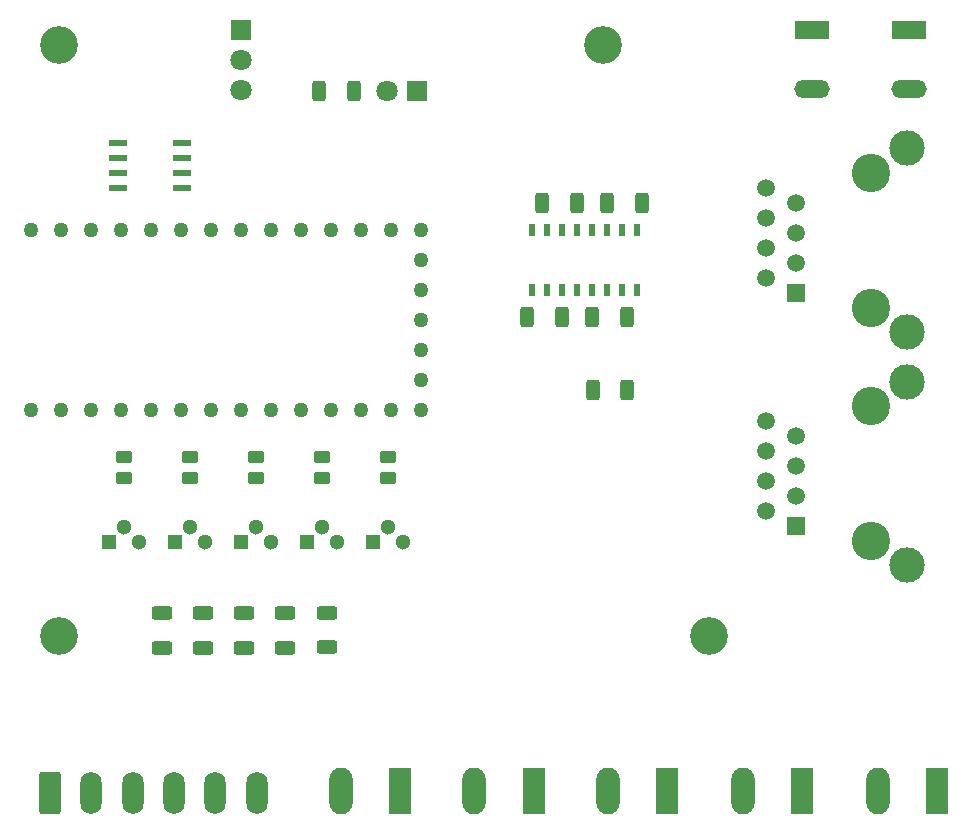
<source format=gts>
G04 #@! TF.GenerationSoftware,KiCad,Pcbnew,8.0.0*
G04 #@! TF.CreationDate,2024-10-15T09:50:15-05:00*
G04 #@! TF.ProjectId,Rain and Switches Control Board,5261696e-2061-46e6-9420-537769746368,rev?*
G04 #@! TF.SameCoordinates,Original*
G04 #@! TF.FileFunction,Soldermask,Top*
G04 #@! TF.FilePolarity,Negative*
%FSLAX46Y46*%
G04 Gerber Fmt 4.6, Leading zero omitted, Abs format (unit mm)*
G04 Created by KiCad (PCBNEW 8.0.0) date 2024-10-15 09:50:15*
%MOMM*%
%LPD*%
G01*
G04 APERTURE LIST*
G04 Aperture macros list*
%AMRoundRect*
0 Rectangle with rounded corners*
0 $1 Rounding radius*
0 $2 $3 $4 $5 $6 $7 $8 $9 X,Y pos of 4 corners*
0 Add a 4 corners polygon primitive as box body*
4,1,4,$2,$3,$4,$5,$6,$7,$8,$9,$2,$3,0*
0 Add four circle primitives for the rounded corners*
1,1,$1+$1,$2,$3*
1,1,$1+$1,$4,$5*
1,1,$1+$1,$6,$7*
1,1,$1+$1,$8,$9*
0 Add four rect primitives between the rounded corners*
20,1,$1+$1,$2,$3,$4,$5,0*
20,1,$1+$1,$4,$5,$6,$7,0*
20,1,$1+$1,$6,$7,$8,$9,0*
20,1,$1+$1,$8,$9,$2,$3,0*%
G04 Aperture macros list end*
%ADD10C,3.200000*%
%ADD11RoundRect,0.250000X0.450000X-0.262500X0.450000X0.262500X-0.450000X0.262500X-0.450000X-0.262500X0*%
%ADD12R,1.549400X0.609600*%
%ADD13RoundRect,0.250000X0.625000X-0.312500X0.625000X0.312500X-0.625000X0.312500X-0.625000X-0.312500X0*%
%ADD14R,1.300000X1.300000*%
%ADD15C,1.300000*%
%ADD16RoundRect,0.250000X-0.650000X-1.550000X0.650000X-1.550000X0.650000X1.550000X-0.650000X1.550000X0*%
%ADD17O,1.800000X3.600000*%
%ADD18R,1.800000X1.800000*%
%ADD19C,1.800000*%
%ADD20RoundRect,0.250000X0.312500X0.625000X-0.312500X0.625000X-0.312500X-0.625000X0.312500X-0.625000X0*%
%ADD21RoundRect,0.250000X-0.312500X-0.625000X0.312500X-0.625000X0.312500X0.625000X-0.312500X0.625000X0*%
%ADD22O,1.980000X3.960000*%
%ADD23R,1.980000X3.960000*%
%ADD24C,3.000000*%
%ADD25C,1.500000*%
%ADD26R,1.500000X1.500000*%
%ADD27C,3.250000*%
%ADD28O,3.000000X1.500000*%
%ADD29R,3.000000X1.500000*%
%ADD30R,0.508000X1.104900*%
%ADD31C,1.265000*%
G04 APERTURE END LIST*
D10*
X157096000Y-43428800D03*
X166096000Y-93428800D03*
X111096000Y-43428800D03*
X111096000Y-93428800D03*
D11*
X116582400Y-78243400D03*
X116582400Y-80068400D03*
X122119600Y-78243400D03*
X122119600Y-80068400D03*
X127707600Y-78243400D03*
X127707600Y-80068400D03*
X133295600Y-80068400D03*
X133295600Y-78243400D03*
X138883600Y-80068400D03*
X138883600Y-78243400D03*
D12*
X121459200Y-51671200D03*
X121459200Y-52941200D03*
X121459200Y-54211200D03*
X121459200Y-55481200D03*
X116059200Y-55481200D03*
X116059200Y-54211200D03*
X116059200Y-52941200D03*
X116059200Y-51671200D03*
D13*
X119782800Y-94440400D03*
X119782800Y-91515400D03*
X123237200Y-94440400D03*
X123237200Y-91515400D03*
X126691600Y-94440400D03*
X126691600Y-91515400D03*
X130196800Y-91515400D03*
X130196800Y-94440400D03*
X133752800Y-91464600D03*
X133752800Y-94389600D03*
D14*
X115261600Y-85504000D03*
D15*
X116531600Y-84234000D03*
X117801600Y-85504000D03*
D14*
X120849600Y-85504000D03*
D15*
X122119600Y-84234000D03*
X123389600Y-85504000D03*
D14*
X126437600Y-85504000D03*
D15*
X127707600Y-84234000D03*
X128977600Y-85504000D03*
D14*
X132025600Y-85504000D03*
D15*
X133295600Y-84234000D03*
X134565600Y-85504000D03*
X140153600Y-85504000D03*
X138883600Y-84234000D03*
D14*
X137613600Y-85504000D03*
D16*
X110296000Y-106703800D03*
D17*
X113796000Y-106703800D03*
X117296000Y-106703800D03*
X120796000Y-106703800D03*
X124296000Y-106703800D03*
X127796000Y-106703800D03*
D18*
X126438600Y-42166600D03*
D19*
X126438600Y-44706600D03*
X126438600Y-47246600D03*
D20*
X153651000Y-66403200D03*
X150726000Y-66403200D03*
D21*
X133113800Y-47302400D03*
X136038800Y-47302400D03*
D20*
X160386000Y-56802000D03*
X157461000Y-56802000D03*
D22*
X157578200Y-106535200D03*
D23*
X162578200Y-106535200D03*
D24*
X182873800Y-52150800D03*
X182873800Y-67690800D03*
D25*
X170933800Y-55475800D03*
X173473800Y-56745800D03*
X170933800Y-58015800D03*
X173473800Y-59285800D03*
X170933800Y-60555800D03*
X173473800Y-61825800D03*
X170933800Y-63095800D03*
D26*
X173473800Y-64365800D03*
D27*
X179823800Y-54205800D03*
X179823800Y-65635800D03*
D19*
X138832800Y-47302400D03*
D18*
X141372800Y-47302400D03*
D20*
X159116000Y-66403200D03*
X156191000Y-66403200D03*
D28*
X174828800Y-47120800D03*
X183028800Y-47120800D03*
D29*
X174828800Y-42120800D03*
X183028800Y-42120800D03*
D20*
X154921000Y-56802000D03*
X151996000Y-56802000D03*
D22*
X180378200Y-106535200D03*
D23*
X185378200Y-106535200D03*
D30*
X151126400Y-59037200D03*
X152396400Y-59037200D03*
X153666400Y-59037200D03*
X154936400Y-59037200D03*
X156206400Y-59037200D03*
X157476400Y-59037200D03*
X158746400Y-59037200D03*
X160016400Y-59037200D03*
X160016400Y-64117200D03*
X158746400Y-64117200D03*
X157476400Y-64117200D03*
X156206400Y-64117200D03*
X154936400Y-64117200D03*
X153666400Y-64117200D03*
X152396400Y-64117200D03*
X151126400Y-64117200D03*
D24*
X182888800Y-71920800D03*
X182888800Y-87460800D03*
D25*
X170948800Y-75245800D03*
X173488800Y-76515800D03*
X170948800Y-77785800D03*
X173488800Y-79055800D03*
X170948800Y-80325800D03*
X173488800Y-81595800D03*
X170948800Y-82865800D03*
D26*
X173488800Y-84135800D03*
D27*
X179838800Y-73975800D03*
X179838800Y-85405800D03*
D21*
X159171000Y-72578800D03*
X156246000Y-72578800D03*
D31*
X108657600Y-59088000D03*
X111197600Y-59088000D03*
X113737600Y-59088000D03*
X116277600Y-59088000D03*
X118817600Y-59088000D03*
X121357600Y-59088000D03*
X123897600Y-59088000D03*
X126437600Y-59088000D03*
X128977600Y-59088000D03*
X131517600Y-59088000D03*
X134057600Y-59088000D03*
X136597600Y-59088000D03*
X139137600Y-59088000D03*
X141677600Y-59088000D03*
X141677600Y-61628000D03*
X141677600Y-64168000D03*
X141677600Y-66708000D03*
X141677600Y-69248000D03*
X141677600Y-71788000D03*
X141677600Y-74328000D03*
X139137600Y-74328000D03*
X136597600Y-74328000D03*
X134057600Y-74328000D03*
X131517600Y-74328000D03*
X128977600Y-74328000D03*
X126437600Y-74328000D03*
X123897600Y-74328000D03*
X121357600Y-74328000D03*
X118817600Y-74328000D03*
X116277600Y-74328000D03*
X113737600Y-74328000D03*
X111197600Y-74328000D03*
X108657600Y-74328000D03*
D22*
X134938200Y-106535200D03*
D23*
X139938200Y-106535200D03*
D22*
X146238200Y-106535200D03*
D23*
X151238200Y-106535200D03*
D22*
X168958200Y-106535200D03*
D23*
X173958200Y-106535200D03*
M02*

</source>
